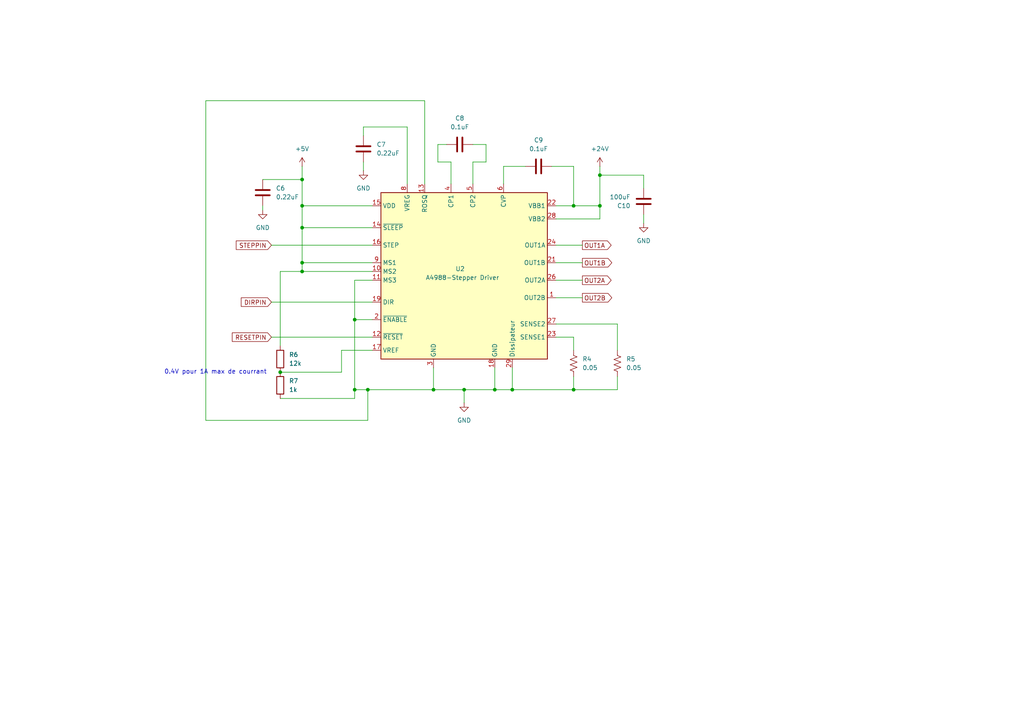
<source format=kicad_sch>
(kicad_sch (version 20231120) (generator "eeschema") (generator_version "8.0")
  (paper "A4")
  (lib_symbols
    (symbol "Device:C" (pin_numbers hide) (pin_names (offset 0.254))
      (property "Reference" "C" (at 0.635 2.54 0))
      (property "Value" "C" (at 0.635 -2.54 0))
      (symbol "C_0_1"
        (polyline (pts (xy -2.032 -0.762) (xy 2.032 -0.762)) (stroke (width 0.508)))
        (polyline (pts (xy -2.032 0.762) (xy 2.032 0.762)) (stroke (width 0.508)))
      )
      (symbol "C_1_1"
        (pin passive line (at 0 3.81 270) (length 2.794) (name "~") (number "1"))
        (pin passive line (at 0 -3.81 90) (length 2.794) (name "~") (number "2"))
      )
    )
    (symbol "Device:R" (pin_numbers hide) (pin_names (offset 0))
      (property "Reference" "R" (at 2.032 0 90))
      (property "Value" "R" (at 0 0 90))
      (symbol "R_0_1"
        (rectangle (start -1.016 -2.54) (end 1.016 2.54) (stroke (width 0.254)))
      )
      (symbol "R_1_1"
        (pin passive line (at 0 3.81 270) (length 1.27) (name "~") (number "1"))
        (pin passive line (at 0 -3.81 90) (length 1.27) (name "~") (number "2"))
      )
    )
    (symbol "Device:R_US" (pin_numbers hide) (pin_names (offset 0))
      (property "Reference" "R" (at 2.54 0 90))
      (property "Value" "R_US" (at -2.54 0 90))
      (symbol "R_US_0_1"
        (polyline (pts (xy 0 -2.286) (xy 0 -2.54)))
        (polyline (pts (xy 0 2.286) (xy 0 2.54)))
        (polyline (pts (xy 0 -0.762) (xy 1.016 -1.143) (xy 0 -1.524) (xy -1.016 -1.905) (xy 0 -2.286)))
        (polyline (pts (xy 0 0.762) (xy 1.016 0.381) (xy 0 0) (xy -1.016 -0.381) (xy 0 -0.762)))
        (polyline (pts (xy 0 2.286) (xy 1.016 1.905) (xy 0 1.524) (xy -1.016 1.143) (xy 0 0.762)))
      )
      (symbol "R_US_1_1"
        (pin passive line (at 0 3.81 270) (length 1.27) (name "~") (number "1"))
        (pin passive line (at 0 -3.81 90) (length 1.27) (name "~") (number "2"))
      )
    )
    (symbol "New_Library:A4988"
      (property "Reference" "U2" (at 11.43 -23.368 0))
      (property "Value" "A4988-Stepper Driver" (at 2.794 -25.908 0))
      (symbol "A4988_0_1"
        (rectangle (start -10.16 -1.27) (end 38.1 -49.53) (stroke (width 0.254)) (fill (type background)))
      )
      (symbol "A4988_1_1"
        (pin input line (at 40.64 -31.75 180) (length 2.54) (name "OUT2B") (number "1"))
        (pin input line (at -12.7 -24.13 0) (length 2.54) (name "MS2") (number "10"))
        (pin input line (at -12.7 -26.67 0) (length 2.54) (name "MS3") (number "11"))
        (pin input line (at -12.7 -43.18 0) (length 2.54) (name "~{RESET}") (number "12"))
        (pin input line (at 2.54 1.27 270) (length 2.54) (name "ROSQ") (number "13"))
        (pin input line (at -12.7 -11.43 0) (length 2.54) (name "~{SLEEP}") (number "14"))
        (pin input line (at -12.7 -5.08 0) (length 2.54) (name "VDD") (number "15"))
        (pin input line (at -12.7 -16.51 0) (length 2.54) (name "STEP") (number "16"))
        (pin input line (at -12.7 -46.99 0) (length 2.54) (name "VREF") (number "17"))
        (pin input line (at 22.86 -52.07 90) (length 2.54) (name "GND") (number "18"))
        (pin input line (at -12.7 -33.02 0) (length 2.54) (name "DIR") (number "19"))
        (pin input line (at -12.7 -38.1 0) (length 2.54) (name "~{ENABLE}") (number "2"))
        (pin input line (at 40.64 -21.59 180) (length 2.54) (name "OUT1B") (number "21"))
        (pin input line (at 40.64 -5.08 180) (length 2.54) (name "VBB1") (number "22"))
        (pin input line (at 40.64 -43.18 180) (length 2.54) (name "SENSE1") (number "23"))
        (pin input line (at 40.64 -16.51 180) (length 2.54) (name "OUT1A") (number "24"))
        (pin input line (at 40.64 -26.67 180) (length 2.54) (name "OUT2A") (number "26"))
        (pin input line (at 40.64 -39.37 180) (length 2.54) (name "SENSE2") (number "27"))
        (pin input line (at 40.64 -8.89 180) (length 2.54) (name "VBB2") (number "28"))
        (pin input line (at 27.94 -52.07 90) (length 2.54) (name "Dissipateur") (number "29"))
        (pin input line (at 5.08 -52.07 90) (length 2.54) (name "GND") (number "3"))
        (pin input line (at 10.16 1.27 270) (length 2.54) (name "CP1") (number "4"))
        (pin input line (at 16.51 1.27 270) (length 2.54) (name "CP2") (number "5"))
        (pin input line (at 25.4 1.27 270) (length 2.54) (name "CVP") (number "6"))
        (pin input line (at -2.54 1.27 270) (length 2.54) (name "VREG") (number "8"))
        (pin input line (at -12.7 -21.59 0) (length 2.54) (name "MS1") (number "9"))
      )
    )
    (symbol "power:+24V" (power) (pin_numbers hide) (pin_names (offset 0) hide)
      (property "Value" "+24V" (at 0 3.556 0))
      (symbol "+24V_0_1"
        (polyline (pts (xy -0.762 1.27) (xy 0 2.54)))
        (polyline (pts (xy 0 0) (xy 0 2.54)))
        (polyline (pts (xy 0 2.54) (xy 0.762 1.27)))
      )
      (symbol "+24V_1_1"
        (pin power_in line (at 0 0 90) (length 0) (name "~") (number "1"))
      )
    )
    (symbol "power:+5V" (power) (pin_numbers hide) (pin_names (offset 0) hide)
      (property "Value" "+5V" (at 0 3.556 0))
      (symbol "+5V_0_1"
        (polyline (pts (xy -0.762 1.27) (xy 0 2.54)))
        (polyline (pts (xy 0 0) (xy 0 2.54)))
        (polyline (pts (xy 0 2.54) (xy 0.762 1.27)))
      )
      (symbol "+5V_1_1"
        (pin power_in line (at 0 0 90) (length 0) (name "~") (number "1"))
      )
    )
    (symbol "power:GND" (power) (pin_numbers hide) (pin_names (offset 0) hide)
      (property "Value" "GND" (at 0 -3.81 0))
      (symbol "GND_0_1"
        (polyline (pts (xy 0 0) (xy 0 -1.27) (xy 1.27 -1.27) (xy 0 -2.54) (xy -1.27 -1.27) (xy 0 -1.27)))
      )
      (symbol "GND_1_1"
        (pin power_in line (at 0 0 270) (length 0) (name "~") (number "1"))
      )
    )
  )
  (junction (at 87.63 59.69))
  (junction (at 125.73 113.03))
  (junction (at 87.63 78.74))
  (junction (at 102.87 113.03))
  (junction (at 87.63 76.2))
  (junction (at 87.63 52.07))
  (junction (at 102.87 92.71))
  (junction (at 87.63 66.04))
  (junction (at 148.59 113.03))
  (junction (at 106.68 113.03))
  (junction (at 173.99 50.8))
  (junction (at 166.37 59.69))
  (junction (at 134.62 113.03))
  (junction (at 173.99 59.69))
  (junction (at 81.28 107.95))
  (junction (at 143.51 113.03))
  (junction (at 166.37 113.03))
  (wire (pts (xy 179.07 113.03) (xy 166.37 113.03)))
  (wire (pts (xy 140.97 41.91) (xy 137.16 41.91)))
  (wire (pts (xy 107.95 66.04) (xy 87.63 66.04)))
  (wire (pts (xy 160.02 48.26) (xy 166.37 48.26)))
  (wire (pts (xy 107.95 81.28) (xy 102.87 81.28)))
  (wire (pts (xy 102.87 92.71) (xy 107.95 92.71)))
  (wire (pts (xy 87.63 52.07) (xy 87.63 48.26)))
  (wire (pts (xy 140.97 46.99) (xy 140.97 41.91)))
  (wire (pts (xy 179.07 93.98) (xy 179.07 101.6)))
  (wire (pts (xy 81.28 115.57) (xy 102.87 115.57)))
  (wire (pts (xy 173.99 59.69) (xy 166.37 59.69)))
  (wire (pts (xy 173.99 50.8) (xy 173.99 59.69)))
  (wire (pts (xy 99.06 101.6) (xy 99.06 107.95)))
  (wire (pts (xy 146.05 53.34) (xy 146.05 48.26)))
  (wire (pts (xy 125.73 106.68) (xy 125.73 113.03)))
  (wire (pts (xy 166.37 48.26) (xy 166.37 59.69)))
  (wire (pts (xy 166.37 109.22) (xy 166.37 113.03)))
  (wire (pts (xy 166.37 59.69) (xy 161.29 59.69)))
  (wire (pts (xy 148.59 113.03) (xy 143.51 113.03)))
  (wire (pts (xy 87.63 76.2) (xy 107.95 76.2)))
  (wire (pts (xy 118.11 36.83) (xy 105.41 36.83)))
  (wire (pts (xy 76.2 59.69) (xy 76.2 60.96)))
  (wire (pts (xy 161.29 81.28) (xy 168.91 81.28)))
  (wire (pts (xy 105.41 36.83) (xy 105.41 39.37)))
  (wire (pts (xy 87.63 66.04) (xy 87.63 76.2)))
  (wire (pts (xy 102.87 115.57) (xy 102.87 113.03)))
  (wire (pts (xy 146.05 48.26) (xy 152.4 48.26)))
  (wire (pts (xy 137.16 46.99) (xy 140.97 46.99)))
  (wire (pts (xy 123.19 29.21) (xy 59.69 29.21)))
  (wire (pts (xy 166.37 97.79) (xy 166.37 101.6)))
  (wire (pts (xy 87.63 78.74) (xy 107.95 78.74)))
  (wire (pts (xy 137.16 53.34) (xy 137.16 46.99)))
  (wire (pts (xy 81.28 78.74) (xy 87.63 78.74)))
  (wire (pts (xy 102.87 113.03) (xy 106.68 113.03)))
  (wire (pts (xy 76.2 52.07) (xy 87.63 52.07)))
  (wire (pts (xy 134.62 113.03) (xy 134.62 116.84)))
  (wire (pts (xy 130.81 46.99) (xy 127 46.99)))
  (wire (pts (xy 179.07 109.22) (xy 179.07 113.03)))
  (wire (pts (xy 186.69 50.8) (xy 173.99 50.8)))
  (wire (pts (xy 130.81 53.34) (xy 130.81 46.99)))
  (wire (pts (xy 87.63 52.07) (xy 87.63 59.69)))
  (wire (pts (xy 118.11 53.34) (xy 118.11 36.83)))
  (wire (pts (xy 87.63 78.74) (xy 87.63 76.2)))
  (wire (pts (xy 99.06 107.95) (xy 81.28 107.95)))
  (wire (pts (xy 123.19 53.34) (xy 123.19 29.21)))
  (wire (pts (xy 161.29 76.2) (xy 168.91 76.2)))
  (wire (pts (xy 78.74 97.79) (xy 107.95 97.79)))
  (wire (pts (xy 148.59 106.68) (xy 148.59 113.03)))
  (wire (pts (xy 161.29 63.5) (xy 173.99 63.5)))
  (wire (pts (xy 105.41 46.99) (xy 105.41 49.53)))
  (wire (pts (xy 78.74 87.63) (xy 107.95 87.63)))
  (wire (pts (xy 102.87 92.71) (xy 102.87 113.03)))
  (wire (pts (xy 168.91 86.36) (xy 161.29 86.36)))
  (wire (pts (xy 87.63 66.04) (xy 87.63 59.69)))
  (wire (pts (xy 186.69 62.23) (xy 186.69 64.77)))
  (wire (pts (xy 81.28 100.33) (xy 81.28 78.74)))
  (wire (pts (xy 161.29 93.98) (xy 179.07 93.98)))
  (wire (pts (xy 173.99 63.5) (xy 173.99 59.69)))
  (wire (pts (xy 134.62 113.03) (xy 125.73 113.03)))
  (wire (pts (xy 59.69 121.92) (xy 106.68 121.92)))
  (wire (pts (xy 107.95 101.6) (xy 99.06 101.6)))
  (wire (pts (xy 59.69 29.21) (xy 59.69 121.92)))
  (wire (pts (xy 166.37 113.03) (xy 148.59 113.03)))
  (wire (pts (xy 102.87 81.28) (xy 102.87 92.71)))
  (wire (pts (xy 143.51 113.03) (xy 134.62 113.03)))
  (wire (pts (xy 127 46.99) (xy 127 41.91)))
  (wire (pts (xy 78.74 71.12) (xy 107.95 71.12)))
  (wire (pts (xy 127 41.91) (xy 129.54 41.91)))
  (wire (pts (xy 173.99 48.26) (xy 173.99 50.8)))
  (wire (pts (xy 186.69 54.61) (xy 186.69 50.8)))
  (wire (pts (xy 106.68 121.92) (xy 106.68 113.03)))
  (wire (pts (xy 143.51 106.68) (xy 143.51 113.03)))
  (wire (pts (xy 106.68 113.03) (xy 125.73 113.03)))
  (wire (pts (xy 166.37 97.79) (xy 161.29 97.79)))
  (wire (pts (xy 107.95 59.69) (xy 87.63 59.69)))
  (wire (pts (xy 161.29 71.12) (xy 168.91 71.12)))
  (text "0.4V pour 1A max de courrant \n" (at 62.992 107.95 0) (effects (font (size 1.27 1.27))))
  (global_label "OUT2B" (shape output) (at 168.91 86.36 0) (property "Intersheetrefs" "${INTERSHEET_REFS}" (effects (hide yes))))
  (global_label "RESETPIN" (shape input) (at 78.74 97.79 180) (property "Intersheetrefs" "${INTERSHEET_REFS}" (effects (hide yes))))
  (global_label "OUT2A" (shape output) (at 168.91 81.28 0) (property "Intersheetrefs" "${INTERSHEET_REFS}" (effects (hide yes))))
  (global_label "OUT1A" (shape output) (at 168.91 71.12 0) (property "Intersheetrefs" "${INTERSHEET_REFS}" (effects (hide yes))))
  (global_label "DIRPIN" (shape input) (at 78.74 87.63 180) (property "Intersheetrefs" "${INTERSHEET_REFS}" (effects (hide yes))))
  (global_label "OUT1B" (shape output) (at 168.91 76.2 0) (property "Intersheetrefs" "${INTERSHEET_REFS}" (effects (hide yes))))
  (global_label "STEPPIN" (shape input) (at 78.74 71.12 180) (property "Intersheetrefs" "${INTERSHEET_REFS}" (effects (hide yes))))
  (symbol (lib_id "New_Library:A4988") (at 120.65 54.61 0) (unit 1)
    (property "Reference" "U2" (at 132.08 77.978 0) (effects (justify left)))
    (property "Value" "A4988-Stepper Driver" (at 123.444 80.518 0) (effects (justify left)))
    (property "Footprint" "Package_DFN_QFN:QFN-28-1EP_5x5mm_P0.5mm_EP3.1x3.1mm_ThermalVias" (effects (hide yes)))
  )
  (symbol (lib_id "Device:C") (at 156.21 48.26 90) (unit 1)
    (property "Reference" "C9" (at 156.21 40.64 90))
    (property "Value" "0.1uF" (at 156.21 43.18 90))
    (property "Footprint" "Capacitor_SMD:C_0805_2012Metric_Pad1.18x1.45mm_HandSolder" (effects (hide yes)))
    (property "Description" "Unpolarized capacitor" (effects (hide yes)))
  )
  (symbol (lib_id "Device:C") (at 133.35 41.91 90) (unit 1)
    (property "Reference" "C8" (at 133.35 34.29 90))
    (property "Value" "0.1uF" (at 133.35 36.83 90))
    (property "Footprint" "Capacitor_SMD:C_0805_2012Metric_Pad1.18x1.45mm_HandSolder" (effects (hide yes)))
    (property "Description" "Unpolarized capacitor" (effects (hide yes)))
  )
  (symbol (lib_id "Device:R") (at 81.28 104.14 0) (unit 1)
    (property "Reference" "R6" (at 83.82 102.8699 0) (effects (justify left)))
    (property "Value" "12k" (at 83.82 105.4099 0) (effects (justify left)))
    (property "Footprint" "Resistor_SMD:R_0805_2012Metric_Pad1.20x1.40mm_HandSolder" (effects (hide yes)))
    (property "Description" "Resistor" (effects (hide yes)))
  )
  (symbol (lib_id "Device:R_US") (at 179.07 105.41 0) (unit 1)
    (property "Reference" "R5" (at 181.61 104.1399 0) (effects (justify left)))
    (property "Value" "0.05" (at 181.61 106.6799 0) (effects (justify left)))
    (property "Footprint" "Resistor_SMD:R_0805_2012Metric_Pad1.20x1.40mm_HandSolder" (effects (hide yes)))
    (property "Description" "Resistor, US symbol" (effects (hide yes)))
  )
  (symbol (lib_id "power:GND") (at 105.41 49.53 0) (unit 1)
    (property "Reference" "#PWR031" (effects (hide yes)))
    (property "Value" "GND" (at 105.41 54.61 0))
    (property "Description" "Power symbol creates a global label with name \"GND\" , ground" (effects (hide yes)))
  )
  (symbol (lib_id "power:+5V") (at 87.63 48.26 0) (unit 1)
    (property "Reference" "#PWR030" (effects (hide yes)))
    (property "Value" "+5V" (at 87.63 43.18 0))
    (property "Description" "Power symbol creates a global label with name \"+5V\"" (effects (hide yes)))
  )
  (symbol (lib_id "Device:R_US") (at 166.37 105.41 0) (unit 1)
    (property "Reference" "R4" (at 168.91 104.1399 0) (effects (justify left)))
    (property "Value" "0.05" (at 168.91 106.6799 0) (effects (justify left)))
    (property "Footprint" "Resistor_SMD:R_0805_2012Metric_Pad1.20x1.40mm_HandSolder" (effects (hide yes)))
    (property "Description" "Resistor, US symbol" (effects (hide yes)))
  )
  (symbol (lib_id "power:GND") (at 134.62 116.84 0) (unit 1)
    (property "Reference" "#PWR032" (effects (hide yes)))
    (property "Value" "GND" (at 134.62 121.92 0))
    (property "Description" "Power symbol creates a global label with name \"GND\" , ground" (effects (hide yes)))
  )
  (symbol (lib_id "Device:C") (at 105.41 43.18 0) (unit 1)
    (property "Reference" "C7" (at 109.22 41.9099 0) (effects (justify left)))
    (property "Value" "0.22uF" (at 109.22 44.4499 0) (effects (justify left)))
    (property "Footprint" "Capacitor_SMD:C_0805_2012Metric_Pad1.18x1.45mm_HandSolder" (effects (hide yes)))
    (property "Description" "Unpolarized capacitor" (effects (hide yes)))
  )
  (symbol (lib_id "power:GND") (at 186.69 64.77 0) (unit 1)
    (property "Reference" "#PWR034" (effects (hide yes)))
    (property "Value" "GND" (at 186.69 69.85 0))
    (property "Description" "Power symbol creates a global label with name \"GND\" , ground" (effects (hide yes)))
  )
  (symbol (lib_id "Device:C") (at 186.69 58.42 0) (unit 1)
    (property "Reference" "C10" (at 182.88 59.6901 0) (effects (justify right)))
    (property "Value" "100uF" (at 182.88 57.1501 0) (effects (justify right)))
    (property "Footprint" "Capacitor_THT:CP_Radial_D5.0mm_P2.50mm" (effects (hide yes)))
    (property "Description" "Unpolarized capacitor" (effects (hide yes)))
  )
  (symbol (lib_id "power:GND") (at 76.2 60.96 0) (unit 1)
    (property "Reference" "#PWR029" (effects (hide yes)))
    (property "Value" "GND" (at 76.2 66.04 0))
    (property "Description" "Power symbol creates a global label with name \"GND\" , ground" (effects (hide yes)))
  )
  (symbol (lib_id "Device:R") (at 81.28 111.76 0) (unit 1)
    (property "Reference" "R7" (at 83.82 110.4899 0) (effects (justify left)))
    (property "Value" "1k" (at 83.82 113.0299 0) (effects (justify left)))
    (property "Footprint" "Resistor_SMD:R_0805_2012Metric_Pad1.20x1.40mm_HandSolder" (effects (hide yes)))
    (property "Description" "Resistor" (effects (hide yes)))
  )
  (symbol (lib_id "Device:C") (at 76.2 55.88 0) (unit 1)
    (property "Reference" "C6" (at 80.01 54.6099 0) (effects (justify left)))
    (property "Value" "0.22uF" (at 80.01 57.1499 0) (effects (justify left)))
    (property "Footprint" "Capacitor_SMD:C_0805_2012Metric_Pad1.18x1.45mm_HandSolder" (effects (hide yes)))
    (property "Description" "Unpolarized capacitor" (effects (hide yes)))
  )
  (symbol (lib_id "power:+24V") (at 173.99 48.26 0) (unit 1)
    (property "Reference" "#PWR033" (effects (hide yes)))
    (property "Value" "+24V" (at 173.99 43.18 0))
    (property "Description" "Power symbol creates a global label with name \"+24V\"" (effects (hide yes)))
  )
)
</source>
